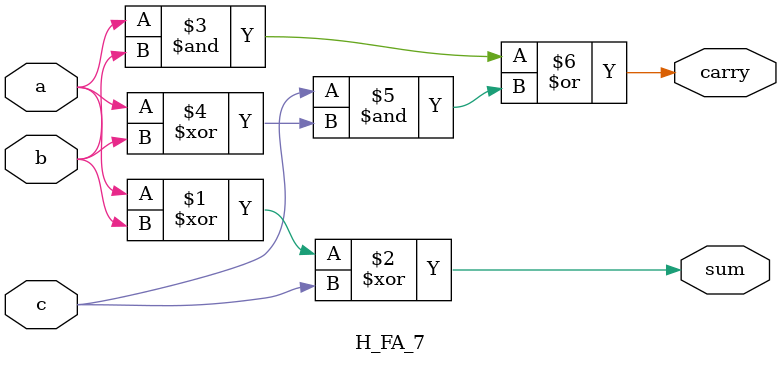
<source format=v>
`timescale 1ns / 1ps
module H_FA_7(input a,b,c,output sum,carry);

assign sum=a^b^c;
assign carry=(a&b)|(c&(a^b));
   


endmodule

</source>
